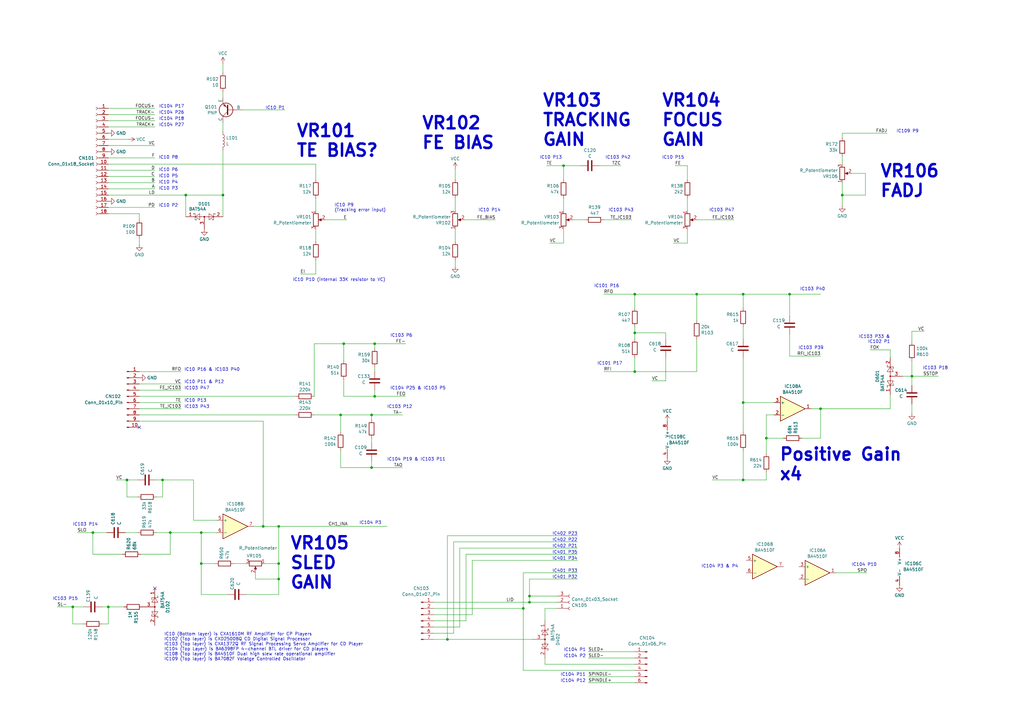
<source format=kicad_sch>
(kicad_sch (version 20230121) (generator eeschema)
  (paper "A3")
  (title_block (title "PC FX Pots Adfustment Schematics") (date "2024-02-16") (rev "0.1") (company "Author: Regis Galland") (comment 1 "Little guide to help understanding the pots on the PC-FX PCB"))
  (lib_symbols
    (symbol "Connector:Conn_01x03_Socket" (pin_names (offset 1.016) hide)
      (property "Reference" "J" (at 0 5.08 0))
      (property "Value" "Conn_01x03_Socket" (at 0 -5.08 0))
      (symbol "Conn_01x03_Socket_1_1"
        (pin passive line (at -5.08 2.54 0) (length 3.81) (name "Pin_1") (number "1"))
        (pin passive line (at -5.08 0 0) (length 3.81) (name "Pin_2") (number "2"))
        (pin passive line (at -5.08 -2.54 0) (length 3.81) (name "Pin_3") (number "3"))
      )
    )
    (symbol "Connector:Conn_01x06_Pin" (pin_names (offset 1.016) hide)
      (property "Reference" "J" (at 0 7.62 0))
      (property "Value" "Conn_01x06_Pin" (at 0 -10.16 0))
      (symbol "Conn_01x06_Pin_1_1"
        (pin passive line (at 5.08 5.08 180) (length 3.81) (name "Pin_1") (number "1"))
        (pin passive line (at 5.08 2.54 180) (length 3.81) (name "Pin_2") (number "2"))
        (pin passive line (at 5.08 0 180) (length 3.81) (name "Pin_3") (number "3"))
        (pin passive line (at 5.08 -2.54 180) (length 3.81) (name "Pin_4") (number "4"))
        (pin passive line (at 5.08 -5.08 180) (length 3.81) (name "Pin_5") (number "5"))
        (pin passive line (at 5.08 -7.62 180) (length 3.81) (name "Pin_6") (number "6"))
      )
    )
    (symbol "Connector:Conn_01x07_Pin" (pin_names (offset 1.016) hide)
      (property "Reference" "J" (at 0 10.16 0))
      (property "Value" "Conn_01x07_Pin" (at 0 -10.16 0))
      (symbol "Conn_01x07_Pin_1_1"
        (pin passive line (at 5.08 7.62 180) (length 3.81) (name "Pin_1") (number "1"))
        (pin passive line (at 5.08 5.08 180) (length 3.81) (name "Pin_2") (number "2"))
        (pin passive line (at 5.08 2.54 180) (length 3.81) (name "Pin_3") (number "3"))
        (pin passive line (at 5.08 0 180) (length 3.81) (name "Pin_4") (number "4"))
        (pin passive line (at 5.08 -2.54 180) (length 3.81) (name "Pin_5") (number "5"))
        (pin passive line (at 5.08 -5.08 180) (length 3.81) (name "Pin_6") (number "6"))
        (pin passive line (at 5.08 -7.62 180) (length 3.81) (name "Pin_7") (number "7"))
      )
    )
    (symbol "Connector:Conn_01x10_Pin" (pin_names (offset 1.016) hide)
      (property "Reference" "J" (at 0 12.7 0))
      (property "Value" "Conn_01x10_Pin" (at 0 -15.24 0))
      (symbol "Conn_01x10_Pin_1_1"
        (pin passive line (at 5.08 10.16 180) (length 3.81) (name "Pin_1") (number "1"))
        (pin passive line (at 5.08 -12.7 180) (length 3.81) (name "Pin_10") (number "10"))
        (pin passive line (at 5.08 7.62 180) (length 3.81) (name "Pin_2") (number "2"))
        (pin passive line (at 5.08 5.08 180) (length 3.81) (name "Pin_3") (number "3"))
        (pin passive line (at 5.08 2.54 180) (length 3.81) (name "Pin_4") (number "4"))
        (pin passive line (at 5.08 0 180) (length 3.81) (name "Pin_5") (number "5"))
        (pin passive line (at 5.08 -2.54 180) (length 3.81) (name "Pin_6") (number "6"))
        (pin passive line (at 5.08 -5.08 180) (length 3.81) (name "Pin_7") (number "7"))
        (pin passive line (at 5.08 -7.62 180) (length 3.81) (name "Pin_8") (number "8"))
        (pin passive line (at 5.08 -10.16 180) (length 3.81) (name "Pin_9") (number "9"))
      )
    )
    (symbol "Connector:Conn_01x18_Socket" (pin_names (offset 1.016) hide)
      (property "Reference" "J" (at 0 22.86 0))
      (property "Value" "Conn_01x18_Socket" (at 0 -25.4 0))
      (symbol "Conn_01x18_Socket_1_1"
        (pin passive line (at -5.08 20.32 0) (length 3.81) (name "Pin_1") (number "1"))
        (pin passive line (at -5.08 -2.54 0) (length 3.81) (name "Pin_10") (number "10"))
        (pin passive line (at -5.08 -5.08 0) (length 3.81) (name "Pin_11") (number "11"))
        (pin passive line (at -5.08 -7.62 0) (length 3.81) (name "Pin_12") (number "12"))
        (pin passive line (at -5.08 -10.16 0) (length 3.81) (name "Pin_13") (number "13"))
        (pin passive line (at -5.08 -12.7 0) (length 3.81) (name "Pin_14") (number "14"))
        (pin passive line (at -5.08 -15.24 0) (length 3.81) (name "Pin_15") (number "15"))
        (pin passive line (at -5.08 -17.78 0) (length 3.81) (name "Pin_16") (number "16"))
        (pin passive line (at -5.08 -20.32 0) (length 3.81) (name "Pin_17") (number "17"))
        (pin passive line (at -5.08 -22.86 0) (length 3.81) (name "Pin_18") (number "18"))
        (pin passive line (at -5.08 17.78 0) (length 3.81) (name "Pin_2") (number "2"))
        (pin passive line (at -5.08 15.24 0) (length 3.81) (name "Pin_3") (number "3"))
        (pin passive line (at -5.08 12.7 0) (length 3.81) (name "Pin_4") (number "4"))
        (pin passive line (at -5.08 10.16 0) (length 3.81) (name "Pin_5") (number "5"))
        (pin passive line (at -5.08 7.62 0) (length 3.81) (name "Pin_6") (number "6"))
        (pin passive line (at -5.08 5.08 0) (length 3.81) (name "Pin_7") (number "7"))
        (pin passive line (at -5.08 2.54 0) (length 3.81) (name "Pin_8") (number "8"))
        (pin passive line (at -5.08 0 0) (length 3.81) (name "Pin_9") (number "9"))
      )
    )
    (symbol "Device:C" (pin_numbers hide) (pin_names (offset 0.254))
      (property "Reference" "C" (at 0.635 2.54 0))
      (property "Value" "C" (at 0.635 -2.54 0))
      (symbol "C_1_1"
        (pin passive line (at 0 3.81 270) (length 2.794) (name "~") (number "1"))
        (pin passive line (at 0 -3.81 90) (length 2.794) (name "~") (number "2"))
      )
    )
    (symbol "Device:L" (pin_numbers hide) (pin_names (offset 1.016) hide)
      (property "Reference" "L" (at -1.27 0 90))
      (property "Value" "L" (at 1.905 0 90))
      (symbol "L_1_1"
        (pin passive line (at 0 3.81 270) (length 1.27) (name "1") (number "1"))
        (pin passive line (at 0 -3.81 90) (length 1.27) (name "2") (number "2"))
      )
    )
    (symbol "Device:R" (pin_numbers hide) (pin_names (offset 0))
      (property "Reference" "R" (at 2.032 0 90))
      (property "Value" "R" (at 0 0 90))
      (symbol "R_1_1"
        (pin passive line (at 0 3.81 270) (length 1.27) (name "~") (number "1"))
        (pin passive line (at 0 -3.81 90) (length 1.27) (name "~") (number "2"))
      )
    )
    (symbol "Device:R_Potentiometer" (pin_names (offset 1.016) hide)
      (property "Reference" "RV" (at -4.445 0 90))
      (property "Value" "R_Potentiometer" (at -2.54 0 90))
      (symbol "R_Potentiometer_1_1"
        (pin passive line (at 0 3.81 270) (length 1.27) (name "1") (number "1"))
        (pin passive line (at 3.81 0 180) (length 1.27) (name "2") (number "2"))
        (pin passive line (at 0 -3.81 90) (length 1.27) (name "3") (number "3"))
      )
    )
    (symbol "Diode:BAT54A" (pin_names (offset 1.016))
      (property "Reference" "D" (at 0.635 -3.81 0))
      (property "Value" "BAT54A" (at -6.35 3.175 0))
      (symbol "BAT54A_1_1"
        (pin passive line (at -7.62 0 0) (length 3.81) (name "~") (number "1"))
        (pin passive line (at 7.62 0 180) (length 3.81) (name "~") (number "2"))
        (pin passive line (at 0 -5.08 90) (length 5.08) (name "~") (number "3"))
      )
    )
    (symbol "PC-FX:BA4510F" (pin_names (offset 0.127))
      (property "Reference" "IC108" (at 0 9.2243 0))
      (property "Value" "BA4510F" (at 0 6.8001 0))
      (symbol "BA4510F_1_1"
        (pin output line (at 7.62 0 180) (length 2.54) (name "~") (number "1"))
        (pin input line (at -7.62 -2.54 0) (length 2.54) (name "-") (number "2"))
        (pin input line (at -7.62 2.54 0) (length 2.54) (name "+") (number "3"))
      )
      (symbol "BA4510F_2_1"
        (pin input line (at -7.62 2.54 0) (length 2.54) (name "+") (number "5"))
        (pin input line (at -7.62 -2.54 0) (length 2.54) (name "-") (number "6"))
        (pin output line (at 7.62 0 180) (length 2.54) (name "~") (number "7"))
      )
      (symbol "BA4510F_3_1"
        (pin power_in line (at -2.54 -7.62 90) (length 3.81) (name "V-") (number "4"))
        (pin power_in line (at -2.54 7.62 270) (length 3.81) (name "V+") (number "8"))
      )
    )
    (symbol "Simulation_SPICE:PNP" (pin_numbers hide) (pin_names (offset 0))
      (property "Reference" "Q" (at -2.54 7.62 0))
      (property "Value" "PNP" (at -2.54 5.08 0))
      (symbol "PNP_1_1"
        (pin open_collector line (at 2.54 5.08 270) (length 2.54) (name "C") (number "1"))
        (pin input line (at -5.08 0 0) (length 2.54) (name "B") (number "2"))
        (pin open_emitter line (at 2.54 -5.08 90) (length 2.54) (name "E") (number "3"))
      )
    )
    (symbol "power:GND" (power) (pin_names (offset 0))
      (property "Value" "GND" (at 0 -3.81 0))
      (symbol "GND_1_1"
        (pin power_in line (at 0 0 270) (length 0) hide (name "GND") (number "1"))
      )
    )
    (symbol "power:VCC" (power) (pin_names (offset 0))
      (property "Value" "VCC" (at 0 3.81 0))
      (symbol "VCC_1_1"
        (pin power_in line (at 0 0 90) (length 0) hide (name "VCC") (number "1"))
      )
    )
  )
  (junction (at 260.35 136.525))
  (junction (at 217.17 244.475))
  (junction (at 44.45 248.92))
  (junction (at 52.07 196.85))
  (junction (at 304.8 165.1))
  (junction (at 153.67 162.56))
  (junction (at 38.1 218.44))
  (junction (at 323.85 120.65))
  (junction (at 76.2 80.01))
  (junction (at 214.63 249.555))
  (junction (at 29.845 248.92))
  (junction (at 139.7 170.18))
  (junction (at 114.3 237.49))
  (junction (at 336.55 167.64))
  (junction (at 183.515 262.255))
  (junction (at 314.325 179.705))
  (junction (at 91.44 80.01))
  (junction (at 114.3 231.14))
  (junction (at 217.17 247.015))
  (junction (at 374.015 154.305))
  (junction (at 304.8 120.65))
  (junction (at 345.44 80.01))
  (junction (at 69.85 218.44))
  (junction (at 231.14 67.945))
  (junction (at 152.4 191.77))
  (junction (at 285.75 120.65))
  (junction (at 152.4 170.18))
  (junction (at 260.35 120.65))
  (junction (at 304.8 196.85))
  (junction (at 153.67 140.97))
  (junction (at 114.3 215.9))
  (junction (at 140.97 140.97))
  (junction (at 66.675 196.85))
  (junction (at 260.35 152.4))
  (junction (at 107.95 215.9))
  (junction (at 82.55 218.44))
  (junction (at 82.55 231.14))
  (no_connect (at 57.15 175.26))
  (no_connect (at 63.5 241.3))
  (wire (pts (xy 63.5 77.47) (xy 44.45 77.47)))
  (wire (pts (xy 323.85 120.65) (xy 336.55 120.65)))
  (wire (pts (xy 236.855 234.95) (xy 214.63 234.95)))
  (wire (pts (xy 345.44 74.93) (xy 345.44 80.01)))
  (wire (pts (xy 129.54 112.395) (xy 129.54 106.68)))
  (wire (pts (xy 57.15 97.79) (xy 57.15 100.33)))
  (wire (pts (xy 177.8 262.255) (xy 183.515 262.255)))
  (wire (pts (xy 314.325 193.675) (xy 314.325 196.85)))
  (wire (pts (xy 349.25 71.12) (xy 354.965 71.12)))
  (wire (pts (xy 44.45 80.01) (xy 76.2 80.01)))
  (wire (pts (xy 223.52 249.555) (xy 223.52 254.635)))
  (wire (pts (xy 304.8 120.65) (xy 323.85 120.65)))
  (wire (pts (xy 186.055 222.25) (xy 236.855 222.25)))
  (wire (pts (xy 247.65 90.17) (xy 259.08 90.17)))
  (wire (pts (xy 285.75 120.65) (xy 285.75 131.445)))
  (wire (pts (xy 228.6 249.555) (xy 223.52 249.555)))
  (wire (pts (xy 153.67 142.875) (xy 153.67 140.97)))
  (wire (pts (xy 140.97 162.56) (xy 153.67 162.56)))
  (wire (pts (xy 354.965 71.12) (xy 354.965 80.01)))
  (wire (pts (xy 153.67 162.56) (xy 153.67 160.02)))
  (wire (pts (xy 183.515 262.255) (xy 218.44 262.255)))
  (wire (pts (xy 374.015 154.305) (xy 384.81 154.305)))
  (wire (pts (xy 82.55 243.84) (xy 93.345 243.84)))
  (wire (pts (xy 214.63 234.95) (xy 214.63 249.555)))
  (wire (pts (xy 128.905 140.97) (xy 140.97 140.97)))
  (wire (pts (xy 234.95 90.17) (xy 240.03 90.17)))
  (wire (pts (xy 177.8 254.635) (xy 191.135 254.635)))
  (wire (pts (xy 374.015 154.305) (xy 374.015 158.115)))
  (wire (pts (xy 140.97 140.97) (xy 140.97 147.955)))
  (wire (pts (xy 107.95 215.9) (xy 114.3 215.9)))
  (wire (pts (xy 177.8 247.015) (xy 217.17 247.015)))
  (wire (pts (xy 304.8 126.365) (xy 304.8 120.65)))
  (wire (pts (xy 191.135 254.635) (xy 191.135 227.33)))
  (wire (pts (xy 57.15 167.64) (xy 74.295 167.64)))
  (wire (pts (xy 69.85 218.44) (xy 82.55 218.44)))
  (wire (pts (xy 114.3 237.49) (xy 114.3 243.84)))
  (wire (pts (xy 82.55 243.84) (xy 82.55 231.14)))
  (wire (pts (xy 63.5 46.99) (xy 44.45 46.99)))
  (wire (pts (xy 225.425 99.695) (xy 231.14 99.695)))
  (wire (pts (xy 260.35 136.525) (xy 260.35 139.065)))
  (wire (pts (xy 241.3 269.875) (xy 260.35 269.875)))
  (wire (pts (xy 104.775 234.95) (xy 104.775 237.49)))
  (wire (pts (xy 370.205 154.305) (xy 374.015 154.305)))
  (wire (pts (xy 56.515 196.85) (xy 52.07 196.85)))
  (wire (pts (xy 193.675 229.87) (xy 236.855 229.87)))
  (wire (pts (xy 57.785 227.33) (xy 69.85 227.33)))
  (wire (pts (xy 304.8 165.1) (xy 304.8 177.165)))
  (wire (pts (xy 314.325 170.18) (xy 314.325 179.705)))
  (wire (pts (xy 114.3 215.9) (xy 158.75 215.9)))
  (wire (pts (xy 354.965 80.01) (xy 345.44 80.01)))
  (wire (pts (xy 82.55 218.44) (xy 88.9 218.44)))
  (wire (pts (xy 317.5 170.18) (xy 314.325 170.18)))
  (wire (pts (xy 152.4 191.77) (xy 165.1 191.77)))
  (wire (pts (xy 57.15 165.1) (xy 74.295 165.1)))
  (wire (pts (xy 224.155 67.945) (xy 231.14 67.945)))
  (wire (pts (xy 44.45 255.905) (xy 41.91 255.905)))
  (wire (pts (xy 276.225 99.695) (xy 281.94 99.695)))
  (wire (pts (xy 140.97 155.575) (xy 140.97 162.56)))
  (wire (pts (xy 245.745 67.945) (xy 254.635 67.945)))
  (wire (pts (xy 188.595 257.175) (xy 177.8 257.175)))
  (wire (pts (xy 260.35 136.525) (xy 273.05 136.525)))
  (wire (pts (xy 260.35 126.365) (xy 260.35 120.65)))
  (wire (pts (xy 356.87 143.51) (xy 365.125 143.51)))
  (wire (pts (xy 104.775 237.49) (xy 114.3 237.49)))
  (wire (pts (xy 34.29 248.92) (xy 29.845 248.92)))
  (wire (pts (xy 304.8 120.65) (xy 285.75 120.65)))
  (wire (pts (xy 99.06 45.085) (xy 116.84 45.085)))
  (wire (pts (xy 57.15 170.18) (xy 121.285 170.18)))
  (wire (pts (xy 276.86 67.945) (xy 281.94 67.945)))
  (wire (pts (xy 217.17 244.475) (xy 228.6 244.475)))
  (wire (pts (xy 38.1 227.33) (xy 50.165 227.33)))
  (wire (pts (xy 281.94 67.945) (xy 281.94 73.66)))
  (wire (pts (xy 91.44 80.01) (xy 91.44 88.9)))
  (wire (pts (xy 273.05 136.525) (xy 273.05 139.065)))
  (wire (pts (xy 66.675 196.85) (xy 79.375 196.85)))
  (wire (pts (xy 323.85 146.05) (xy 336.55 146.05)))
  (wire (pts (xy 56.515 218.44) (xy 51.435 218.44)))
  (wire (pts (xy 95.885 231.14) (xy 100.965 231.14)))
  (wire (pts (xy 74.295 157.48) (xy 57.15 157.48)))
  (wire (pts (xy 292.1 196.85) (xy 304.8 196.85)))
  (wire (pts (xy 188.595 224.79) (xy 188.595 257.175)))
  (wire (pts (xy 64.135 196.85) (xy 66.675 196.85)))
  (wire (pts (xy 260.35 146.685) (xy 260.35 152.4)))
  (wire (pts (xy 231.14 81.28) (xy 231.14 86.36)))
  (wire (pts (xy 57.15 87.63) (xy 44.45 87.63)))
  (wire (pts (xy 133.35 90.17) (xy 142.24 90.17)))
  (wire (pts (xy 183.515 219.71) (xy 183.515 262.255)))
  (wire (pts (xy 223.52 269.875) (xy 223.52 272.415)))
  (wire (pts (xy 214.63 249.555) (xy 214.63 274.955)))
  (wire (pts (xy 63.5 64.77) (xy 44.45 64.77)))
  (wire (pts (xy 231.14 93.98) (xy 231.14 99.695)))
  (wire (pts (xy 129.54 67.31) (xy 129.54 73.66)))
  (wire (pts (xy 129.54 93.98) (xy 129.54 99.06)))
  (wire (pts (xy 79.375 196.85) (xy 79.375 213.36)))
  (wire (pts (xy 57.15 162.56) (xy 121.285 162.56)))
  (wire (pts (xy 186.055 259.715) (xy 186.055 222.25)))
  (wire (pts (xy 328.93 179.705) (xy 336.55 179.705)))
  (wire (pts (xy 304.8 139.065) (xy 304.8 133.985)))
  (wire (pts (xy 76.2 80.01) (xy 91.44 80.01)))
  (wire (pts (xy 100.965 243.84) (xy 114.3 243.84)))
  (wire (pts (xy 285.75 120.65) (xy 260.35 120.65)))
  (wire (pts (xy 304.8 184.785) (xy 304.8 196.85)))
  (wire (pts (xy 317.5 165.1) (xy 304.8 165.1)))
  (wire (pts (xy 186.69 99.06) (xy 186.69 93.98)))
  (wire (pts (xy 231.14 67.945) (xy 238.125 67.945)))
  (wire (pts (xy 63.5 59.69) (xy 44.45 59.69)))
  (wire (pts (xy 44.45 248.92) (xy 44.45 255.905)))
  (wire (pts (xy 379.095 135.89) (xy 374.015 135.89)))
  (wire (pts (xy 129.54 86.36) (xy 129.54 81.28)))
  (wire (pts (xy 281.94 93.98) (xy 281.94 99.695)))
  (wire (pts (xy 186.69 106.68) (xy 186.69 109.22)))
  (wire (pts (xy 63.5 85.09) (xy 44.45 85.09)))
  (wire (pts (xy 107.95 215.9) (xy 107.95 172.72)))
  (wire (pts (xy 29.845 248.92) (xy 29.845 255.905)))
  (wire (pts (xy 82.55 231.14) (xy 88.265 231.14)))
  (wire (pts (xy 129.54 67.31) (xy 44.45 67.31)))
  (wire (pts (xy 247.65 152.4) (xy 260.35 152.4)))
  (wire (pts (xy 314.325 186.055) (xy 314.325 179.705)))
  (wire (pts (xy 323.85 137.16) (xy 323.85 146.05)))
  (wire (pts (xy 52.07 196.85) (xy 52.07 203.835)))
  (wire (pts (xy 76.2 88.9) (xy 76.2 80.01)))
  (wire (pts (xy 188.595 224.79) (xy 236.855 224.79)))
  (wire (pts (xy 152.4 191.77) (xy 152.4 189.23)))
  (wire (pts (xy 336.55 167.64) (xy 332.74 167.64)))
  (wire (pts (xy 108.585 231.14) (xy 114.3 231.14)))
  (wire (pts (xy 104.14 215.9) (xy 107.95 215.9)))
  (wire (pts (xy 41.91 248.92) (xy 44.45 248.92)))
  (wire (pts (xy 152.4 181.61) (xy 152.4 179.705)))
  (wire (pts (xy 342.9 234.95) (xy 355.6 234.95)))
  (wire (pts (xy 57.15 172.72) (xy 107.95 172.72)))
  (wire (pts (xy 23.495 248.92) (xy 29.845 248.92)))
  (wire (pts (xy 139.7 184.785) (xy 139.7 191.77)))
  (wire (pts (xy 128.905 140.97) (xy 128.905 162.56)))
  (wire (pts (xy 193.675 252.095) (xy 193.675 229.87)))
  (wire (pts (xy 52.705 57.15) (xy 44.45 57.15)))
  (wire (pts (xy 314.325 196.85) (xy 304.8 196.85)))
  (wire (pts (xy 56.515 203.835) (xy 52.07 203.835)))
  (wire (pts (xy 228.6 247.015) (xy 217.17 247.015)))
  (wire (pts (xy 52.07 196.85) (xy 47.625 196.85)))
  (wire (pts (xy 82.55 218.44) (xy 82.55 231.14)))
  (wire (pts (xy 217.17 237.49) (xy 217.17 244.475)))
  (wire (pts (xy 241.3 277.495) (xy 260.35 277.495)))
  (wire (pts (xy 217.17 247.015) (xy 217.17 244.475)))
  (wire (pts (xy 79.375 213.36) (xy 88.9 213.36)))
  (wire (pts (xy 153.67 152.4) (xy 153.67 150.495)))
  (wire (pts (xy 214.63 274.955) (xy 260.35 274.955)))
  (wire (pts (xy 217.17 237.49) (xy 236.855 237.49)))
  (wire (pts (xy 365.125 143.51) (xy 365.125 146.685)))
  (wire (pts (xy 260.35 152.4) (xy 285.75 152.4)))
  (wire (pts (xy 66.675 196.85) (xy 66.675 203.835)))
  (wire (pts (xy 69.85 218.44) (xy 64.135 218.44)))
  (wire (pts (xy 114.3 237.49) (xy 114.3 231.14)))
  (wire (pts (xy 152.4 170.18) (xy 165.1 170.18)))
  (wire (pts (xy 43.815 218.44) (xy 38.1 218.44)))
  (wire (pts (xy 267.335 156.21) (xy 273.05 156.21)))
  (wire (pts (xy 365.125 167.64) (xy 365.125 161.925)))
  (wire (pts (xy 304.8 146.685) (xy 304.8 165.1)))
  (wire (pts (xy 91.44 61.595) (xy 91.44 80.01)))
  (wire (pts (xy 323.85 120.65) (xy 323.85 129.54)))
  (wire (pts (xy 241.3 280.035) (xy 260.35 280.035)))
  (wire (pts (xy 285.75 139.065) (xy 285.75 152.4)))
  (wire (pts (xy 153.67 140.97) (xy 140.97 140.97)))
  (wire (pts (xy 69.85 227.33) (xy 69.85 218.44)))
  (wire (pts (xy 231.14 67.945) (xy 231.14 73.66)))
  (wire (pts (xy 123.19 112.395) (xy 129.54 112.395)))
  (wire (pts (xy 63.5 52.07) (xy 44.45 52.07)))
  (wire (pts (xy 91.44 50.165) (xy 91.44 53.975)))
  (wire (pts (xy 190.5 90.17) (xy 203.2 90.17)))
  (wire (pts (xy 139.7 191.77) (xy 152.4 191.77)))
  (wire (pts (xy 91.44 26.035) (xy 91.44 29.845)))
  (wire (pts (xy 114.3 215.9) (xy 114.3 231.14)))
  (wire (pts (xy 177.8 252.095) (xy 193.675 252.095)))
  (wire (pts (xy 128.905 170.18) (xy 139.7 170.18)))
  (wire (pts (xy 247.65 120.65) (xy 260.35 120.65)))
  (wire (pts (xy 57.15 90.17) (xy 57.15 87.63)))
  (wire (pts (xy 63.5 69.85) (xy 44.45 69.85)))
  (wire (pts (xy 345.44 54.61) (xy 363.855 54.61)))
  (wire (pts (xy 63.5 72.39) (xy 44.45 72.39)))
  (wire (pts (xy 236.855 219.71) (xy 183.515 219.71)))
  (wire (pts (xy 281.94 81.28) (xy 281.94 86.36)))
  (wire (pts (xy 91.44 37.465) (xy 91.44 40.005)))
  (wire (pts (xy 300.99 90.17) (xy 285.75 90.17)))
  (wire (pts (xy 34.29 255.905) (xy 29.845 255.905)))
  (wire (pts (xy 186.69 69.215) (xy 186.69 73.66)))
  (wire (pts (xy 241.3 267.335) (xy 260.35 267.335)))
  (wire (pts (xy 191.135 227.33) (xy 236.855 227.33)))
  (wire (pts (xy 223.52 272.415) (xy 260.35 272.415)))
  (wire (pts (xy 31.75 218.44) (xy 38.1 218.44)))
  (wire (pts (xy 345.44 80.01) (xy 345.44 84.455)))
  (wire (pts (xy 186.69 86.36) (xy 186.69 81.28)))
  (wire (pts (xy 345.44 54.61) (xy 345.44 56.515)))
  (wire (pts (xy 152.4 170.18) (xy 139.7 170.18)))
  (wire (pts (xy 336.55 167.64) (xy 365.125 167.64)))
  (wire (pts (xy 66.675 203.835) (xy 64.135 203.835)))
  (wire (pts (xy 63.5 49.53) (xy 44.45 49.53)))
  (wire (pts (xy 153.67 140.97) (xy 166.37 140.97)))
  (wire (pts (xy 44.45 248.92) (xy 50.8 248.92)))
  (wire (pts (xy 345.44 64.135) (xy 345.44 67.31)))
  (wire (pts (xy 177.8 259.715) (xy 186.055 259.715)))
  (wire (pts (xy 336.55 179.705) (xy 336.55 167.64)))
  (wire (pts (xy 38.1 218.44) (xy 38.1 227.33)))
  (wire (pts (xy 374.015 147.955) (xy 374.015 154.305)))
  (wire (pts (xy 153.67 162.56) (xy 166.37 162.56)))
  (wire (pts (xy 374.015 140.335) (xy 374.015 135.89)))
  (wire (pts (xy 314.325 179.705) (xy 321.31 179.705)))
  (wire (pts (xy 152.4 172.085) (xy 152.4 170.18)))
  (wire (pts (xy 63.5 74.93) (xy 44.45 74.93)))
  (wire (pts (xy 260.35 133.985) (xy 260.35 136.525)))
  (wire (pts (xy 57.15 152.4) (xy 74.295 152.4)))
  (wire (pts (xy 139.7 170.18) (xy 139.7 177.165)))
  (wire (pts (xy 374.015 165.735) (xy 374.015 169.545)))
  (wire (pts (xy 63.5 44.45) (xy 44.45 44.45)))
  (wire (pts (xy 214.63 249.555) (xy 177.8 249.555)))
  (wire (pts (xy 273.05 146.685) (xy 273.05 156.21)))
  (wire (pts (xy 57.15 160.02) (xy 74.295 160.02)))
  (text "IC10 P5" (at 73.025 73.025 0) (effects (font (size 1.27 1.27)) (justify right bottom)))
  (text "IC10 P15" (at 280.67 65.405 0) (effects (font (size 1.27 1.27)) (justify right bottom)))
  (text "IC10 P2" (at 73.025 85.09 0) (effects (font (size 1.27 1.27)) (justify right bottom)))
  (text "IC10 P1" (at 116.84 45.085 0) (effects (font (size 1.27 1.27)) (justify right bottom)))
  (text "IC10 P14" (at 196.215 86.995 0) (effects (font (size 1.27 1.27)) (justify left bottom)))
  (text "IC104 P3 & P4" (at 287.655 233.045 0) (effects (font (size 1.27 1.27)) (justify left bottom)))
  (text "IC10 P6" (at 73.025 70.485 0) (effects (font (size 1.27 1.27)) (justify right bottom)))
  (text "IC103 P33 &\nIC102 P1\n" (at 365.125 140.97 0) (effects (font (size 1.27 1.27)) (justify right bottom)))
  (text "VR105\nSLED\nGAIN" (at 118.745 241.935 0) (effects (font (size 5 5) (thickness 1) bold) (justify left bottom)))
  (text "IC10 P16 & IC103 P40" (at 75.565 152.4 0) (effects (font (size 1.27 1.27)) (justify left bottom)))
  (text "IC402 P23" (at 236.855 219.71 0) (effects (font (size 1.27 1.27)) (justify right bottom)))
  (text "IC104 P19 & IC103 P11\n" (at 158.75 189.23 0) (effects (font (size 1.27 1.27)) (justify left bottom)))
  (text "IC103 P43" (at 75.565 167.64 0) (effects (font (size 1.27 1.27)) (justify left bottom)))
  (text "VR106\nFADJ" (at 360.68 81.28 0) (effects (font (size 5 5) (thickness 1) bold) (justify left bottom)))
  (text "IC10 P9\n(Tracking error input)" (at 137.16 86.995 0) (effects (font (size 1.27 1.27)) (justify left bottom)))
  (text "VR104\nFOCUS\nGAIN" (at 271.145 60.325 0) (effects (font (size 5 5) (thickness 1) bold) (justify left bottom)))
  (text "IC10 P8" (at 73.025 65.405 0) (effects (font (size 1.27 1.27)) (justify right bottom)))
  (text "IC10 P10 (internal 33K resistor to VC)" (at 120.015 115.57 0) (effects (font (size 1.27 1.27)) (justify left bottom)))
  (text "VR101\nTE BIAS?" (at 121.285 64.77 0) (effects (font (size 5 5) (thickness 1) bold) (justify left bottom)))
  (text "IC10 P4" (at 73.025 75.565 0) (effects (font (size 1.27 1.27)) (justify right bottom)))
  (text "IC10 P11 & P12" (at 75.565 157.48 0) (effects (font (size 1.27 1.27)) (justify left bottom)))
  (text "IC104 P11" (at 229.87 277.495 0) (effects (font (size 1.27 1.27)) (justify left bottom)))
  (text "IC104 P27" (at 75.565 52.07 0) (effects (font (size 1.27 1.27)) (justify right bottom)))
  (text "IC103 P6\n" (at 160.02 138.43 0) (effects (font (size 1.27 1.27)) (justify left bottom)))
  (text "IC104 P2" (at 231.14 269.875 0) (effects (font (size 1.27 1.27)) (justify left bottom)))
  (text "IC401 P35" (at 236.855 227.33 0) (effects (font (size 1.27 1.27)) (justify right bottom)))
  (text "IC10 (Bottom layer) is CXA1610M RF Amplifier for CP Players\nIC102 (Top layer) is CXD2500BQ CD Digital Signal Processor\nIC103 (Top layer) is CXA1372Q RF Signal Processing Servo Amplifier for CD Player\nIC104 (Top Layer) is BA6398FP 4-channel BTL driver for CD players\nIC108 (Top layer) is BA4510F Dual high slew rate operational amplifier\nIC109 (Top layer) is BA7082F Volatge Controlled Oscillator" (at 67.31 271.145 0) (effects (font (size 1.27 1.27)) (justify left bottom)))
  (text "IC10 P13" (at 75.565 165.1 0) (effects (font (size 1.27 1.27)) (justify left bottom)))
  (text "IC104 P10" (at 349.25 232.41 0) (effects (font (size 1.27 1.27)) (justify left bottom)))
  (text "IC103 P47" (at 290.83 86.995 0) (effects (font (size 1.27 1.27)) (justify left bottom)))
  (text "IC103 P15" (at 21.59 246.38 0) (effects (font (size 1.27 1.27)) (justify left bottom)))
  (text "IC401 P34" (at 236.855 229.87 0) (effects (font (size 1.27 1.27)) (justify right bottom)))
  (text "IC401 P33" (at 236.855 234.95 0) (effects (font (size 1.27 1.27)) (justify right bottom)))
  (text "IC401 P32" (at 236.855 237.49 0) (effects (font (size 1.27 1.27)) (justify right bottom)))
  (text "IC104 P1" (at 231.14 267.335 0) (effects (font (size 1.27 1.27)) (justify left bottom)))
  (text "IC103 P40\n" (at 338.455 119.38 0) (effects (font (size 1.27 1.27)) (justify right bottom)))
  (text "IC103 P12\n" (at 158.75 167.64 0) (effects (font (size 1.27 1.27)) (justify left bottom)))
  (text "IC104 P3\n" (at 147.32 215.265 0) (effects (font (size 1.27 1.27)) (justify left bottom)))
  (text "IC103 P42" (at 248.285 65.405 0) (effects (font (size 1.27 1.27)) (justify left bottom)))
  (text "IC103 P18\n" (at 378.46 151.765 0) (effects (font (size 1.27 1.27)) (justify left bottom)))
  (text "IC10 P3" (at 73.025 78.105 0) (effects (font (size 1.27 1.27)) (justify right bottom)))
  (text "IC103 P14" (at 29.845 215.9 0) (effects (font (size 1.27 1.27)) (justify left bottom)))
  (text "IC101 P16\n" (at 254 118.11 0) (effects (font (size 1.27 1.27)) (justify right bottom)))
  (text "IC101 P17\n" (at 255.27 149.86 0) (effects (font (size 1.27 1.27)) (justify right bottom)))
  (text "IC109 P9" (at 367.665 54.61 0) (effects (font (size 1.27 1.27)) (justify left bottom)))
  (text "IC402 P21" (at 236.855 224.79 0) (effects (font (size 1.27 1.27)) (justify right bottom)))
  (text "VR103\nTRACKING\nGAIN" (at 222.25 60.325 0) (effects (font (size 5 5) (thickness 1) bold) (justify left bottom)))
  (text "IC104 P26" (at 75.565 46.99 0) (effects (font (size 1.27 1.27)) (justify right bottom)))
  (text "IC10 P13" (at 230.505 65.405 0) (effects (font (size 1.27 1.27)) (justify right bottom)))
  (text "IC104 P12" (at 229.87 280.035 0) (effects (font (size 1.27 1.27)) (justify left bottom)))
  (text "IC103 P47" (at 75.565 160.02 0) (effects (font (size 1.27 1.27)) (justify left bottom)))
  (text "IC104 P18" (at 75.565 49.53 0) (effects (font (size 1.27 1.27)) (justify right bottom)))
  (text "IC402 P22" (at 236.855 222.25 0) (effects (font (size 1.27 1.27)) (justify right bottom)))
  (text "IC104 P17" (at 75.565 44.45 0) (effects (font (size 1.27 1.27)) (justify right bottom)))
  (text "IC103 P39\n" (at 337.82 143.51 0) (effects (font (size 1.27 1.27)) (justify right bottom)))
  (text "IC104 P25 & IC103 P5\n" (at 160.02 160.02 0) (effects (font (size 1.27 1.27)) (justify left bottom)))
  (text "Positive Gain\nx4" (at 319.405 197.485 0) (effects (font (size 5 5) (thickness 1) bold) (justify left bottom)))
  (text "VR102\nFE BIAS" (at 172.72 61.595 0) (effects (font (size 5 5) (thickness 1) bold) (justify left bottom)))
  (text "IC103 P43" (at 249.555 86.995 0) (effects (font (size 1.27 1.27)) (justify left bottom)))
  (label "VC" (at 225.425 99.695 0))
  (label "CH1_INA" (at 134.62 215.9 0))
  (label "E" (at 142.24 90.17 180))
  (label "FE_IC103" (at 74.295 160.02 180))
  (label "VC" (at 63.5 59.69 180))
  (label "PD" (at 63.5 85.09 180))
  (label "SSTOP" (at 384.81 154.305 180))
  (label "RFO" (at 247.65 120.65 0))
  (label "B" (at 63.5 74.93 180))
  (label "D" (at 63.5 69.85 180))
  (label "SLED+" (at 241.3 267.335 0))
  (label "TE_IC103" (at 74.295 167.64 180))
  (label "TAO" (at 165.1 191.77 180))
  (label "A" (at 63.5 77.47 180))
  (label "VC" (at 379.095 135.89 180))
  (label "EI" (at 123.19 112.395 0))
  (label "SPINDLE-" (at 241.3 277.495 0))
  (label "TE" (at 74.295 165.1 180))
  (label "TE" (at 224.155 67.945 0))
  (label "FE_BIAS" (at 203.2 90.17 180))
  (label "C" (at 63.5 72.39 180))
  (label "TRACK+" (at 63.5 52.07 180))
  (label "FADJ" (at 363.855 54.61 180))
  (label "TA-" (at 165.1 170.18 180))
  (label "RFO" (at 74.295 152.4 180))
  (label "VC" (at 276.225 99.695 0))
  (label "SLO" (at 31.75 218.44 0))
  (label "LD" (at 63.5 80.01 180))
  (label "SPINDLE+" (at 241.3 280.035 0))
  (label "F" (at 63.5 64.77 180))
  (label "VC" (at 47.625 196.85 0))
  (label "FOCUS-" (at 63.5 49.53 180))
  (label "VC" (at 267.335 156.21 0))
  (label "TZC" (at 254.635 67.945 180))
  (label "VC" (at 74.295 157.48 180))
  (label "FOCUS+" (at 63.5 44.45 180))
  (label "FOK" (at 356.87 143.51 0))
  (label "FEO" (at 166.37 162.56 180))
  (label "SLED-" (at 241.3 269.875 0))
  (label "SL-" (at 23.495 248.92 0))
  (label "TRACK-" (at 63.5 46.99 180))
  (label "FE_IC103" (at 300.99 90.17 180))
  (label "TE_IC103" (at 259.08 90.17 180))
  (label "VC" (at 292.1 196.85 0))
  (label "LID" (at 207.645 247.015 0))
  (label "RFI_IC103" (at 336.55 146.05 180))
  (label "RFI" (at 247.65 152.4 0))
  (label "FE-" (at 166.37 140.97 180))
  (label "SPO" (at 355.6 234.95 180))
  (label "FE" (at 276.86 67.945 0))
  (symbol (lib_id "PC-FX:BA4510F") (at 276.225 180.34 0) (unit 3)
    (property "Reference" "IC108" (at 274.32 179.1279 0) (effects (justify left)))
    (property "Value" "BA4510F" (at 274.32 181.5521 0) (effects (justify left)))
    (property "Footprint" "Package_SO:SSOP-8_5.25x5.24mm_P1.27mm" (effects hide))
    (property "Datasheet" "https://datasheetspdf.com/pdf-file/233493/Rohm/BA4510/1" (effects hide))
  )
  (symbol (lib_id "Device:R") (at 260.35 142.875 0) (mirror x) (unit 1)
    (property "Reference" "R108" (at 258.572 141.6629 0) (effects (justify right)))
    (property "Value" "51k" (at 258.572 144.0871 0) (effects (justify right)))
  )
  (symbol (lib_id "Device:R") (at 374.015 144.145 0) (mirror y) (unit 1)
    (property "Reference" "R610" (at 375.793 145.3571 0) (effects (justify right)))
    (property "Value" "100k" (at 375.793 142.9329 0) (effects (justify right)))
  )
  (symbol (lib_id "Device:C") (at 323.85 133.35 0) (mirror y) (unit 1)
    (property "Reference" "C119" (at 319.405 131.445 0))
    (property "Value" "C" (at 319.405 133.985 0))
  )
  (symbol (lib_id "Device:R") (at 60.325 218.44 270) (unit 1)
    (property "Reference" "R619" (at 59.1129 216.662 0) (effects (justify right)))
    (property "Value" "47k" (at 61.5371 216.662 0) (effects (justify right)))
  )
  (symbol (lib_id "Device:R") (at 153.67 146.685 0) (mirror x) (unit 1)
    (property "Reference" "R159" (at 151.892 145.4729 0) (effects (justify right)))
    (property "Value" "30k" (at 151.892 147.8971 0) (effects (justify right)))
  )
  (symbol (lib_id "power:VCC") (at 186.69 69.215 0) (mirror y) (unit 1)
    (property "Reference" "#PWR04" (effects hide))
    (property "Value" "VCC" (at 186.69 65.0819 0))
  )
  (symbol (lib_id "power:GND") (at 186.69 109.22 0) (mirror y) (unit 1)
    (property "Reference" "#PWR03" (effects hide))
    (property "Value" "GND" (at 186.69 113.3531 0))
  )
  (symbol (lib_id "Device:R") (at 186.69 102.87 0) (mirror x) (unit 1)
    (property "Reference" "R104" (at 184.9121 101.6579 0) (effects (justify right)))
    (property "Value" "12k" (at 184.9121 104.0821 0) (effects (justify right)))
  )
  (symbol (lib_id "Device:R") (at 285.75 135.255 0) (mirror y) (unit 1)
    (property "Reference" "R103" (at 287.528 136.4671 0) (effects (justify right)))
    (property "Value" "20k" (at 287.528 134.0429 0) (effects (justify right)))
  )
  (symbol (lib_id "PC-FX:BA4510F") (at 335.28 234.95 0) (unit 1)
    (property "Reference" "IC106" (at 335.28 225.7257 0))
    (property "Value" "BA4510F" (at 335.28 228.1499 0))
    (property "Footprint" "Package_SO:SSOP-8_5.25x5.24mm_P1.27mm" (effects hide))
    (property "Datasheet" "https://datasheetspdf.com/pdf-file/233493/Rohm/BA4510/1" (effects hide))
  )
  (symbol (lib_id "Diode:BAT54A") (at 365.125 154.305 90) (unit 1)
    (property "Reference" "D601" (at 359.8377 154.305 0))
    (property "Value" "BAT54A" (at 361.95 160.655 0) (effects (justify left)))
    (property "Footprint" "Package_TO_SOT_SMD:SOT-23" (effects hide))
    (property "Datasheet" "http://www.diodes.com/_files/datasheets/ds11005.pdf" (effects hide))
  )
  (symbol (lib_id "power:VCC") (at 52.705 57.15 270) (unit 1)
    (property "Reference" "#PWR06" (effects hide))
    (property "Value" "VCC" (at 55.88 57.15 90) (effects (justify left)))
  )
  (symbol (lib_id "Device:R") (at 304.8 180.975 0) (mirror x) (unit 1)
    (property "Reference" "R616" (at 303.022 179.7629 0) (effects (justify right)))
    (property "Value" "100k" (at 303.022 182.1871 0) (effects (justify right)))
  )
  (symbol (lib_id "Device:R_Potentiometer") (at 345.44 71.12 0) (mirror x) (unit 1)
    (property "Reference" "VR106" (at 343.662 72.3321 0) (effects (justify right)))
    (property "Value" "R_Potentiometer" (at 343.662 69.9079 0) (effects (justify right)))
    (property "Footprint" "Potentiometer_THT:Potentiometer_Bourns_3339P_Vertical" (effects hide))
  )
  (symbol (lib_id "Device:R") (at 125.095 170.18 90) (unit 1)
    (property "Reference" "R143" (at 125.095 165.0197 90))
    (property "Value" "220k" (at 125.095 167.4439 90))
  )
  (symbol (lib_id "Device:R") (at 38.1 255.905 90) (unit 1)
    (property "Reference" "R148" (at 39.3121 257.683 0) (effects (justify right)))
    (property "Value" "120k" (at 36.8879 257.683 0) (effects (justify right)))
  )
  (symbol (lib_id "power:GND") (at 44.45 62.23 90) (unit 1)
    (property "Reference" "#PWR07" (effects hide))
    (property "Value" "GND" (at 47.625 62.23 90) (effects (justify right)))
  )
  (symbol (lib_id "Device:C") (at 374.015 161.925 0) (mirror y) (unit 1)
    (property "Reference" "C614" (at 369.57 160.02 0))
    (property "Value" "C" (at 369.57 162.56 0))
  )
  (symbol (lib_id "Device:R_Potentiometer") (at 129.54 90.17 0) (unit 1)
    (property "Reference" "VR101" (at 127.762 88.9579 0) (effects (justify right)))
    (property "Value" "R_Potentiometer" (at 127.762 91.3821 0) (effects (justify right)))
    (property "Footprint" "Potentiometer_THT:Potentiometer_Bourns_3339P_Vertical" (effects hide))
  )
  (symbol (lib_id "PC-FX:BA4510F") (at 96.52 215.9 0) (unit 2)
    (property "Reference" "IC108" (at 96.52 206.6757 0))
    (property "Value" "BA4510F" (at 96.52 209.0999 0))
    (property "Footprint" "Package_SO:SSOP-8_5.25x5.24mm_P1.27mm" (effects hide))
    (property "Datasheet" "https://datasheetspdf.com/pdf-file/233493/Rohm/BA4510/1" (effects hide))
  )
  (symbol (lib_id "Device:R") (at 281.94 77.47 0) (mirror x) (unit 1)
    (property "Reference" "R138" (at 280.162 76.2579 0) (effects (justify right)))
    (property "Value" "2k2" (at 280.162 78.6821 0) (effects (justify right)))
  )
  (symbol (lib_id "Device:R") (at 139.7 180.975 0) (mirror x) (unit 1)
    (property "Reference" "R142" (at 137.922 179.7629 0) (effects (justify right)))
    (property "Value" "100k" (at 137.922 182.1871 0) (effects (justify right)))
  )
  (symbol (lib_id "power:GND") (at 345.44 84.455 0) (unit 1)
    (property "Reference" "#PWR01" (effects hide))
    (property "Value" "GND" (at 345.44 88.5881 0))
  )
  (symbol (lib_id "PC-FX:BA4510F") (at 313.69 232.41 0) (unit 2)
    (property "Reference" "IC106" (at 313.69 223.1857 0))
    (property "Value" "BA4510F" (at 313.69 225.6099 0))
    (property "Footprint" "Package_SO:SSOP-8_5.25x5.24mm_P1.27mm" (effects hide))
    (property "Datasheet" "https://datasheetspdf.com/pdf-file/233493/Rohm/BA4510/1" (effects hide))
  )
  (symbol (lib_id "Connector:Conn_01x07_Pin") (at 172.72 254.635 0) (unit 1)
    (property "Reference" "CN103" (at 172.72 241.3 0))
    (property "Value" "Conn_01x07_Pin" (at 172.72 243.7242 0))
  )
  (symbol (lib_id "Device:C") (at 97.155 243.84 90) (unit 1)
    (property "Reference" "C620" (at 95.25 239.395 0))
    (property "Value" "C" (at 97.79 239.395 0))
  )
  (symbol (lib_id "power:GND") (at 374.015 169.545 0) (unit 1)
    (property "Reference" "#PWR014" (effects hide))
    (property "Value" "GND" (at 374.015 173.6781 0))
  )
  (symbol (lib_id "Device:R") (at 243.84 90.17 90) (unit 1)
    (property "Reference" "R139" (at 243.84 85.0097 90))
    (property "Value" "4k7" (at 243.84 87.4339 90))
  )
  (symbol (lib_id "Device:C") (at 241.935 67.945 270) (mirror x) (unit 1)
    (property "Reference" "C120" (at 241.935 61.6417 90))
    (property "Value" "C" (at 241.935 64.0659 90))
  )
  (symbol (lib_id "Diode:BAT54A") (at 83.82 88.9 0) (unit 1)
    (property "Reference" "D101" (at 83.82 83.6127 0))
    (property "Value" "BAT54A" (at 77.47 85.725 0) (effects (justify left)))
    (property "Footprint" "Package_TO_SOT_SMD:SOT-23" (effects hide))
    (property "Datasheet" "http://www.diodes.com/_files/datasheets/ds11005.pdf" (effects hide))
  )
  (symbol (lib_id "Device:R") (at 60.325 203.835 90) (unit 1)
    (property "Reference" "R618" (at 61.5371 205.613 0) (effects (justify right)))
    (property "Value" "33k" (at 59.1129 205.613 0) (effects (justify right)))
  )
  (symbol (lib_id "power:GND") (at 368.935 240.03 0) (unit 1)
    (property "Reference" "#PWR016" (effects hide))
    (property "Value" "GND" (at 368.935 244.1631 0))
  )
  (symbol (lib_id "Device:C") (at 153.67 156.21 0) (mirror y) (unit 1)
    (property "Reference" "C133" (at 149.225 154.305 0))
    (property "Value" "C" (at 149.225 156.845 0))
  )
  (symbol (lib_id "power:GND") (at 44.45 82.55 90) (unit 1)
    (property "Reference" "#PWR08" (effects hide))
    (property "Value" "GND" (at 47.625 82.55 90) (effects (justify right)))
  )
  (symbol (lib_id "Device:R") (at 231.14 77.47 0) (mirror x) (unit 1)
    (property "Reference" "R106" (at 229.362 76.2579 0) (effects (justify right)))
    (property "Value" "47k" (at 229.362 78.6821 0) (effects (justify right)))
  )
  (symbol (lib_id "power:VCC") (at 273.685 172.72 0) (mirror y) (unit 1)
    (property "Reference" "#PWR011" (effects hide))
    (property "Value" "VCC" (at 273.685 168.5869 0))
  )
  (symbol (lib_id "Device:R") (at 54.61 248.92 90) (unit 1)
    (property "Reference" "R155" (at 55.8221 250.698 0) (effects (justify right)))
    (property "Value" "1M" (at 53.3979 250.698 0) (effects (justify right)))
  )
  (symbol (lib_id "Device:R") (at 129.54 102.87 0) (mirror y) (unit 1)
    (property "Reference" "R118" (at 127.762 101.6579 0) (effects (justify left)))
    (property "Value" "12k" (at 127.762 104.0821 0) (effects (justify left)))
  )
  (symbol (lib_id "Device:R_Potentiometer") (at 104.775 231.14 270) (unit 1)
    (property "Reference" "VR105" (at 107.315 227.965 90) (effects (justify right)))
    (property "Value" "R_Potentiometer" (at 113.665 224.79 90) (effects (justify right)))
    (property "Footprint" "Potentiometer_THT:Potentiometer_Bourns_3339P_Vertical" (effects hide))
  )
  (symbol (lib_id "Device:R") (at 129.54 77.47 0) (mirror y) (unit 1)
    (property "Reference" "R117" (at 127.762 76.2579 0) (effects (justify left)))
    (property "Value" "12k" (at 127.762 78.6821 0) (effects (justify left)))
  )
  (symbol (lib_id "Device:R") (at 53.975 227.33 270) (unit 1)
    (property "Reference" "R620" (at 52.7629 225.552 0) (effects (justify right)))
    (property "Value" "68k" (at 55.1871 225.552 0) (effects (justify right)))
  )
  (symbol (lib_id "Device:R_Potentiometer") (at 186.69 90.17 0) (mirror x) (unit 1)
    (property "Reference" "VR102" (at 184.912 91.3821 0) (effects (justify right)))
    (property "Value" "R_Potentiometer" (at 184.912 88.9579 0) (effects (justify right)))
    (property "Footprint" "Potentiometer_THT:Potentiometer_Bourns_3339P_Vertical" (effects hide))
  )
  (symbol (lib_id "Device:R_Potentiometer") (at 281.94 90.17 0) (unit 1)
    (property "Reference" "VR104" (at 280.162 88.9579 0) (effects (justify right)))
    (property "Value" "R_Potentiometer" (at 280.162 91.3821 0) (effects (justify right)))
    (property "Footprint" "Potentiometer_THT:Potentiometer_Bourns_3339P_Vertical" (effects hide))
  )
  (symbol (lib_id "Device:R_Potentiometer") (at 231.14 90.17 0) (unit 1)
    (property "Reference" "VR103" (at 229.362 88.9579 0) (effects (justify right)))
    (property "Value" "R_Potentiometer" (at 229.362 91.3821 0) (effects (justify right)))
    (property "Footprint" "Potentiometer_THT:Potentiometer_Bourns_3339P_Vertical" (effects hide))
  )
  (symbol (lib_id "Device:C") (at 304.8 142.875 0) (mirror y) (unit 1)
    (property "Reference" "C617" (at 300.355 140.97 0))
    (property "Value" "C" (at 300.355 143.51 0))
  )
  (symbol (lib_id "Device:R") (at 152.4 175.895 0) (mirror x) (unit 1)
    (property "Reference" "R149" (at 150.622 174.6829 0) (effects (justify right)))
    (property "Value" "47k" (at 150.622 177.1071 0) (effects (justify right)))
  )
  (symbol (lib_id "Device:L") (at 91.44 57.785 0) (unit 1)
    (property "Reference" "L101" (at 92.7072 56.5729 0) (effects (justify left)))
    (property "Value" "L" (at 92.7072 58.9971 0) (effects (justify left)))
  )
  (symbol (lib_id "power:VCC") (at 91.44 26.035 0) (mirror y) (unit 1)
    (property "Reference" "#PWR013" (effects hide))
    (property "Value" "VCC" (at 91.44 21.9019 0))
  )
  (symbol (lib_id "Device:R") (at 260.35 130.175 0) (mirror x) (unit 1)
    (property "Reference" "R107" (at 258.572 128.9629 0) (effects (justify right)))
    (property "Value" "4k7" (at 258.572 131.3871 0) (effects (justify right)))
  )
  (symbol (lib_id "PC-FX:BA4510F") (at 325.12 167.64 0) (unit 1)
    (property "Reference" "IC108" (at 325.12 158.4157 0))
    (property "Value" "BA4510F" (at 325.12 160.8399 0))
    (property "Footprint" "Package_SO:SSOP-8_5.25x5.24mm_P1.27mm" (effects hide))
    (property "Datasheet" "https://datasheetspdf.com/pdf-file/233493/Rohm/BA4510/1" (effects hide))
  )
  (symbol (lib_id "Diode:BAT54A") (at 63.5 248.92 270) (unit 1)
    (property "Reference" "D102" (at 68.7873 248.92 0))
    (property "Value" "BAT54A" (at 66.675 242.57 0) (effects (justify left)))
    (property "Footprint" "Package_TO_SOT_SMD:SOT-23" (effects hide))
    (property "Datasheet" "http://www.diodes.com/_files/datasheets/ds11005.pdf" (effects hide))
  )
  (symbol (lib_id "power:GND") (at 273.685 187.96 0) (unit 1)
    (property "Reference" "#PWR010" (effects hide))
    (property "Value" "GND" (at 273.685 192.0931 0))
  )
  (symbol (lib_id "Device:C") (at 60.325 196.85 90) (unit 1)
    (property "Reference" "C619" (at 58.42 192.405 0))
    (property "Value" "C" (at 61.595 193.04 0))
  )
  (symbol (lib_id "Connector:Conn_01x10_Pin") (at 52.07 162.56 0) (unit 1)
    (property "Reference" "CN102" (at 46.355 162.56 0))
    (property "Value" "Conn_01x10_Pin" (at 42.545 165.1 0))
  )
  (symbol (lib_id "Device:R") (at 57.15 93.98 0) (mirror x) (unit 1)
    (property "Reference" "R109" (at 55.372 92.7679 0) (effects (justify right)))
    (property "Value" "100" (at 55.372 95.1921 0) (effects (justify right)))
  )
  (symbol (lib_id "Device:C") (at 152.4 185.42 0) (mirror y) (unit 1)
    (property "Reference" "C109" (at 147.955 183.515 0))
    (property "Value" "C" (at 147.955 186.055 0))
  )
  (symbol (lib_id "Device:R") (at 91.44 33.655 0) (mirror y) (unit 1)
    (property "Reference" "R102" (at 89.662 32.4429 0) (effects (justify left)))
    (property "Value" "10" (at 89.662 34.8671 0) (effects (justify left)))
  )
  (symbol (lib_id "Device:R") (at 186.69 77.47 0) (mirror x) (unit 1)
    (property "Reference" "R105" (at 184.9121 76.2579 0) (effects (justify right)))
    (property "Value" "12k" (at 184.9121 78.6821 0) (effects (justify right)))
  )
  (symbol (lib_id "Device:R") (at 345.44 60.325 0) (mirror x) (unit 1)
    (property "Reference" "R172" (at 343.662 59.1129 0) (effects (justify right)))
    (property "Value" "33k" (at 343.662 61.5371 0) (effects (justify right)))
  )
  (symbol (lib_id "power:GND") (at 83.82 93.98 0) (unit 1)
    (property "Reference" "#PWR012" (effects hide))
    (property "Value" "GND" (at 83.82 98.1131 0))
  )
  (symbol (lib_id "Connector:Conn_01x03_Socket") (at 233.68 247.015 0) (mirror x) (unit 1)
    (property "Reference" "CN105" (at 234.3912 248.2271 0) (effects (justify left)))
    (property "Value" "Conn_01x03_Socket" (at 234.3912 245.8029 0) (effects (justify left)))
  )
  (symbol (lib_id "Simulation_SPICE:PNP") (at 93.98 45.085 180) (unit 1)
    (property "Reference" "Q101" (at 89.1286 43.8729 0) (effects (justify left)))
    (property "Value" "PNP" (at 89.1286 46.2971 0) (effects (justify left)))
    (property "Sim.Device" "PNP" (effects hide))
    (property "Sim.Type" "GUMMELPOON" (effects hide))
    (property "Sim.Pins" "1=C 2=B 3=E" (effects hide))
  )
  (symbol (lib_id "Device:R") (at 92.075 231.14 270) (unit 1)
    (property "Reference" "R650" (at 90.8629 229.362 0) (effects (justify right)))
    (property "Value" "47k" (at 93.2871 229.362 0) (effects (justify right)))
  )
  (symbol (lib_id "Device:R") (at 325.12 179.705 90) (mirror x) (unit 1)
    (property "Reference" "R613" (at 326.3321 177.927 0) (effects (justify right)))
    (property "Value" "68k" (at 323.9079 177.927 0) (effects (justify right)))
  )
  (symbol (lib_id "Connector:Conn_01x06_Pin") (at 265.43 272.415 0) (mirror y) (unit 1)
    (property "Reference" "CN104" (at 265.43 261.62 0))
    (property "Value" "Conn_01x06_Pin" (at 265.43 264.0442 0))
  )
  (symbol (lib_id "Device:C") (at 273.05 142.875 0) (mirror y) (unit 1)
    (property "Reference" "C618" (at 268.605 140.97 0))
    (property "Value" "C" (at 268.605 143.51 0))
  )
  (symbol (lib_id "power:GND") (at 44.45 54.61 90) (unit 1)
    (property "Reference" "#PWR05" (effects hide))
    (property "Value" "GND" (at 47.625 54.61 90) (effects (justify right)))
  )
  (symbol (lib_id "Device:R") (at 125.095 162.56 90) (unit 1)
    (property "Reference" "R141" (at 125.095 157.3997 90))
    (property "Value" "220k" (at 125.095 159.8239 90))
  )
  (symbol (lib_id "Device:R") (at 304.8 130.175 0) (mirror x) (unit 1)
    (property "Reference" "R615" (at 303.022 128.9629 0) (effects (justify right)))
    (property "Value" "1k" (at 303.022 131.3871 0) (effects (justify right)))
  )
  (symbol (lib_id "Device:C") (at 38.1 248.92 90) (unit 1)
    (property "Reference" "C139" (at 36.195 244.475 0))
    (property "Value" "C" (at 39.37 245.11 0))
  )
  (symbol (lib_id "Device:C") (at 47.625 218.44 90) (unit 1)
    (property "Reference" "C618" (at 46.355 212.725 0))
    (property "Value" "C" (at 48.895 214.63 0))
  )
  (symbol (lib_id "power:GND") (at 57.15 100.33 0) (unit 1)
    (property "Reference" "#PWR09" (effects hide))
    (property "Value" "GND" (at 57.15 104.4631 0))
  )
  (symbol (lib_id "Device:R") (at 140.97 151.765 0) (mirror x) (unit 1)
    (property "Reference" "R140" (at 139.192 150.5529 0) (effects (justify right)))
    (property "Value" "51k" (at 139.192 152.9771 0) (effects (justify right)))
  )
  (symbol (lib_id "power:GND") (at 57.15 154.94 90) (unit 1)
    (property "Reference" "#PWR02" (effects hide))
    (property "Value" "GND" (at 60.325 154.94 90) (effects (justify right)))
  )
  (symbol (lib_id "Device:R") (at 314.325 189.865 0) (mirror x) (unit 1)
    (property "Reference" "R614" (at 312.547 188.6529 0) (effects (justify right)))
    (property "Value" "22k" (at 312.547 191.0771 0) (effects (justify right)))
  )
  (symbol (lib_id "Connector:Conn_01x18_Socket") (at 39.37 64.77 0) (mirror y) (unit 1)
    (property "Reference" "CN101" (at 38.6588 64.8279 0) (effects (justify left)))
    (property "Value" "Conn_01x18_Socket" (at 38.6588 67.2521 0) (effects (justify left)))
  )
  (symbol (lib_id "PC-FX:BA4510F") (at 371.475 232.41 0) (unit 3)
    (property "Reference" "IC106" (at 374.65 231.14 0))
    (property "Value" "BA4510F" (at 374.65 233.5642 0))
    (property "Footprint" "Package_SO:SSOP-8_5.25x5.24mm_P1.27mm" (effects hide))
    (property "Datasheet" "https://datasheetspdf.com/pdf-file/233493/Rohm/BA4510/1" (effects hide))
  )
  (symbol (lib_id "Diode:BAT54A") (at 223.52 262.255 270) (unit 1)
    (property "Reference" "D402" (at 228.8073 262.255 0))
    (property "Value" "BAT54A" (at 226.695 255.905 0) (effects (justify left)))
    (property "Footprint" "Package_TO_SOT_SMD:SOT-23" (effects hide))
    (property "Datasheet" "http://www.diodes.com/_files/datasheets/ds11005.pdf" (effects hide))
  )
  (symbol (lib_id "power:VCC") (at 368.935 224.79 0) (mirror y) (unit 1)
    (property "Reference" "#PWR015" (effects hide))
    (property "Value" "VCC" (at 368.935 220.6569 0))
  )
)
</source>
